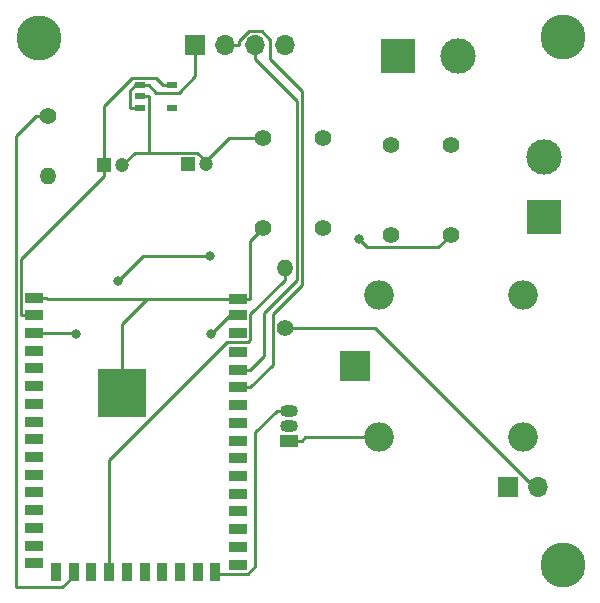
<source format=gbr>
%TF.GenerationSoftware,KiCad,Pcbnew,7.0.7*%
%TF.CreationDate,2024-06-16T14:46:00+02:00*%
%TF.ProjectId,Enchufe_inteligenteV2,456e6368-7566-4655-9f69-6e74656c6967,v1.1*%
%TF.SameCoordinates,Original*%
%TF.FileFunction,Copper,L1,Top*%
%TF.FilePolarity,Positive*%
%FSLAX46Y46*%
G04 Gerber Fmt 4.6, Leading zero omitted, Abs format (unit mm)*
G04 Created by KiCad (PCBNEW 7.0.7) date 2024-06-16 14:46:00*
%MOMM*%
%LPD*%
G01*
G04 APERTURE LIST*
%TA.AperFunction,ComponentPad*%
%ADD10R,1.500000X1.050000*%
%TD*%
%TA.AperFunction,ComponentPad*%
%ADD11O,1.500000X1.050000*%
%TD*%
%TA.AperFunction,ComponentPad*%
%ADD12R,2.500000X2.500000*%
%TD*%
%TA.AperFunction,ComponentPad*%
%ADD13O,2.500000X2.500000*%
%TD*%
%TA.AperFunction,SMDPad,CuDef*%
%ADD14R,0.952500X0.558800*%
%TD*%
%TA.AperFunction,ComponentPad*%
%ADD15C,1.397000*%
%TD*%
%TA.AperFunction,ComponentPad*%
%ADD16C,3.800000*%
%TD*%
%TA.AperFunction,ComponentPad*%
%ADD17R,1.200000X1.200000*%
%TD*%
%TA.AperFunction,ComponentPad*%
%ADD18C,1.200000*%
%TD*%
%TA.AperFunction,ComponentPad*%
%ADD19C,1.400000*%
%TD*%
%TA.AperFunction,ComponentPad*%
%ADD20O,1.400000X1.400000*%
%TD*%
%TA.AperFunction,SMDPad,CuDef*%
%ADD21R,1.500000X0.900000*%
%TD*%
%TA.AperFunction,SMDPad,CuDef*%
%ADD22R,0.900000X1.500000*%
%TD*%
%TA.AperFunction,SMDPad,CuDef*%
%ADD23R,4.100000X4.100000*%
%TD*%
%TA.AperFunction,ComponentPad*%
%ADD24R,3.000000X3.000000*%
%TD*%
%TA.AperFunction,ComponentPad*%
%ADD25C,3.000000*%
%TD*%
%TA.AperFunction,ComponentPad*%
%ADD26R,1.700000X1.700000*%
%TD*%
%TA.AperFunction,ComponentPad*%
%ADD27O,1.700000X1.700000*%
%TD*%
%TA.AperFunction,ViaPad*%
%ADD28C,0.800000*%
%TD*%
%TA.AperFunction,Conductor*%
%ADD29C,0.250000*%
%TD*%
G04 APERTURE END LIST*
D10*
%TO.P,NPN,1,C*%
%TO.N,Net-(Q1-C)*%
X251010000Y-99860000D03*
D11*
%TO.P,NPN,2,B*%
%TO.N,Net-(Q1-B)*%
X251010000Y-98590000D03*
%TO.P,NPN,3,E*%
%TO.N,GND*%
X251010000Y-97320000D03*
%TD*%
D12*
%TO.P,Rele,1*%
%TO.N,Net-(Entrada1-Pin_2)*%
X256610000Y-93575000D03*
D13*
%TO.P,Rele,2*%
%TO.N,Net-(Q1-C)*%
X258610000Y-99575000D03*
%TO.P,Rele,3*%
%TO.N,unconnected-(Rele1-Pad3)*%
X270810000Y-99575000D03*
%TO.P,Rele,4*%
%TO.N,Net-(Entrada1-Pin_1)*%
X270810000Y-87575000D03*
%TO.P,Rele,5*%
%TO.N,+5V*%
X258610000Y-87575000D03*
%TD*%
D14*
%TO.P,Regulador,1,VIN*%
%TO.N,+5V*%
X238342050Y-69780200D03*
%TO.P,Regulador,2,GND*%
%TO.N,GND*%
X238342050Y-70720000D03*
%TO.P,Regulador,3,EN*%
%TO.N,+5V*%
X238342050Y-71659800D03*
%TO.P,Regulador,4,NC*%
%TO.N,unconnected-(Regulador1-NC-Pad4)*%
X241097950Y-71659800D03*
%TO.P,Regulador,5,VOUT*%
%TO.N,+3V3*%
X241097950Y-69780200D03*
%TD*%
D15*
%TO.P,Reset,1,Pin_1*%
%TO.N,GND*%
X259610000Y-82440000D03*
X259610000Y-74820000D03*
%TO.P,Reset,2,Pin_2*%
%TO.N,+3V3*%
X264690000Y-82440000D03*
X264690000Y-74820000D03*
%TD*%
D16*
%TO.P,REF\u002A\u002A1,1*%
%TO.N,N/C*%
X274230000Y-65660000D03*
%TD*%
D17*
%TO.P,C2,1*%
%TO.N,+3V3*%
X235370000Y-76540000D03*
D18*
%TO.P,C2,2*%
%TO.N,GND*%
X236870000Y-76540000D03*
%TD*%
D19*
%TO.P,RNPN,1*%
%TO.N,rele*%
X230620000Y-72360000D03*
D20*
%TO.P,RNPN,2*%
%TO.N,Net-(Q1-B)*%
X230620000Y-77440000D03*
%TD*%
D16*
%TO.P,REF\u002A\u002A2,1*%
%TO.N,N/C*%
X229820000Y-65790000D03*
%TD*%
%TO.P,REF\u002A\u002A,1*%
%TO.N,N/C*%
X274200000Y-110360000D03*
%TD*%
D15*
%TO.P,Boot,1,Pin_1*%
%TO.N,unconnected-(Boot1-Pin_1-Pad1)*%
X253900000Y-74220000D03*
X253900000Y-81840000D03*
%TO.P,Boot,2,Pin_2*%
%TO.N,GND*%
X248820000Y-74220000D03*
X248820000Y-81840000D03*
%TD*%
D21*
%TO.P,U1,1,GND*%
%TO.N,GND*%
X229385000Y-87755000D03*
%TO.P,U1,2,3V3*%
%TO.N,+3V3*%
X229385000Y-89255000D03*
%TO.P,U1,3,IO00*%
%TO.N,Net-(Boot1-Pin_3)*%
X229385000Y-90755000D03*
%TO.P,U1,4,IO01*%
%TO.N,unconnected-(U1-IO01-Pad4)*%
X229385000Y-92255000D03*
%TO.P,U1,5,IO02*%
%TO.N,unconnected-(U1-IO02-Pad5)*%
X229385000Y-93755000D03*
%TO.P,U1,6,IO03*%
%TO.N,unconnected-(U1-IO03-Pad6)*%
X229385000Y-95255000D03*
%TO.P,U1,7,IO04*%
%TO.N,unconnected-(U1-IO04-Pad7)*%
X229385000Y-96755000D03*
%TO.P,U1,8,IO05*%
%TO.N,unconnected-(U1-IO05-Pad8)*%
X229385000Y-98255000D03*
%TO.P,U1,9,IO06*%
%TO.N,unconnected-(U1-IO06-Pad9)*%
X229385000Y-99755000D03*
%TO.P,U1,10,IO07*%
%TO.N,unconnected-(U1-IO07-Pad10)*%
X229385000Y-101255000D03*
%TO.P,U1,11,IO08*%
%TO.N,unconnected-(U1-IO08-Pad11)*%
X229385000Y-102755000D03*
%TO.P,U1,12,IO09*%
%TO.N,unconnected-(U1-IO09-Pad12)*%
X229385000Y-104255000D03*
%TO.P,U1,13,IO10*%
%TO.N,unconnected-(U1-IO10-Pad13)*%
X229385000Y-105755000D03*
%TO.P,U1,14,IO11*%
%TO.N,unconnected-(U1-IO11-Pad14)*%
X229385000Y-107255000D03*
%TO.P,U1,15,IO12*%
%TO.N,unconnected-(U1-IO12-Pad15)*%
X229385000Y-108755000D03*
%TO.P,U1,16,IO13*%
%TO.N,unconnected-(U1-IO13-Pad16)*%
X229385000Y-110255000D03*
D22*
%TO.P,U1,17,IO14*%
%TO.N,unconnected-(U1-IO14-Pad17)*%
X231260000Y-111005000D03*
%TO.P,U1,18,IO15*%
%TO.N,rele*%
X232760000Y-111005000D03*
%TO.P,U1,19,IO16*%
%TO.N,unconnected-(U1-IO16-Pad19)*%
X234260000Y-111005000D03*
%TO.P,U1,20,IO17*%
%TO.N,Net-(U1-IO17)*%
X235760000Y-111005000D03*
%TO.P,U1,21,IO18*%
%TO.N,unconnected-(U1-IO18-Pad21)*%
X237260000Y-111005000D03*
%TO.P,U1,22,USB_D-*%
%TO.N,unconnected-(U1-USB_D--Pad22)*%
X238760000Y-111005000D03*
%TO.P,U1,23,USB_D+*%
%TO.N,unconnected-(U1-USB_D+-Pad23)*%
X240260000Y-111005000D03*
%TO.P,U1,24,IO21*%
%TO.N,unconnected-(U1-IO21-Pad24)*%
X241760000Y-111005000D03*
%TO.P,U1,25,IO26*%
%TO.N,unconnected-(U1-IO26-Pad25)*%
X243260000Y-111005000D03*
%TO.P,U1,26,GND*%
%TO.N,GND*%
X244760000Y-111005000D03*
D21*
%TO.P,U1,27,IO33*%
%TO.N,unconnected-(U1-IO33-Pad27)*%
X246635000Y-110355000D03*
%TO.P,U1,28,IO34*%
%TO.N,unconnected-(U1-IO34-Pad28)*%
X246635000Y-108855000D03*
%TO.P,U1,29,IO35*%
%TO.N,unconnected-(U1-IO35-Pad29)*%
X246635000Y-107355000D03*
%TO.P,U1,30,IO36*%
%TO.N,unconnected-(U1-IO36-Pad30)*%
X246635000Y-105855000D03*
%TO.P,U1,31,IO37*%
%TO.N,unconnected-(U1-IO37-Pad31)*%
X246635000Y-104355000D03*
%TO.P,U1,32,IO38*%
%TO.N,unconnected-(U1-IO38-Pad32)*%
X246635000Y-102855000D03*
%TO.P,U1,33,IO39*%
%TO.N,unconnected-(U1-IO39-Pad33)*%
X246635000Y-101355000D03*
%TO.P,U1,34,IO40*%
%TO.N,unconnected-(U1-IO40-Pad34)*%
X246635000Y-99855000D03*
%TO.P,U1,35,IO41*%
%TO.N,unconnected-(U1-IO41-Pad35)*%
X246635000Y-98355000D03*
%TO.P,U1,36,IO42*%
%TO.N,unconnected-(U1-IO42-Pad36)*%
X246635000Y-96855000D03*
%TO.P,U1,37,TXD0*%
%TO.N,Net-(U1-TXD0)*%
X246635000Y-95355000D03*
%TO.P,U1,38,RXD0*%
%TO.N,Net-(U1-RXD0)*%
X246635000Y-93855000D03*
%TO.P,U1,39,IO45*%
%TO.N,unconnected-(U1-IO45-Pad39)*%
X246635000Y-92355000D03*
%TO.P,U1,40,IO46*%
%TO.N,unconnected-(U1-IO46-Pad40)*%
X246635000Y-90755000D03*
%TO.P,U1,41,EN*%
%TO.N,Net-(Reset1-Pin_4)*%
X246635000Y-89255000D03*
%TO.P,U1,42,GND*%
%TO.N,GND*%
X246635000Y-87855000D03*
D23*
%TO.P,U1,43,GND*%
X236820000Y-95795000D03*
%TD*%
D24*
%TO.P,Entrada,1,Pin_1*%
%TO.N,Net-(Entrada1-Pin_1)*%
X272570000Y-80910000D03*
D25*
%TO.P,Entrada,2,Pin_2*%
%TO.N,Net-(Entrada1-Pin_2)*%
X272570000Y-75830000D03*
%TD*%
D26*
%TO.P,LP,1,Pin_1*%
%TO.N,GND*%
X269525000Y-103780000D03*
D27*
%TO.P,LP,2,Pin_2*%
%TO.N,Net-(LP1-Pin_2)*%
X272065000Y-103780000D03*
%TD*%
D17*
%TO.P,C1,1*%
%TO.N,+5V*%
X242430000Y-76420000D03*
D18*
%TO.P,C1,2*%
%TO.N,GND*%
X243930000Y-76420000D03*
%TD*%
D24*
%TO.P,Alimentacion5V,1,Pin_1*%
%TO.N,GND*%
X260220000Y-67300000D03*
D25*
%TO.P,Alimentacion5V,2,Pin_2*%
%TO.N,+5V*%
X265300000Y-67300000D03*
%TD*%
D26*
%TO.P,Uart,1,Pin_1*%
%TO.N,+5V*%
X243070000Y-66400000D03*
D27*
%TO.P,Uart,2,Pin_2*%
%TO.N,Net-(U1-TXD0)*%
X245610000Y-66400000D03*
%TO.P,Uart,3,Pin_3*%
%TO.N,Net-(U1-RXD0)*%
X248150000Y-66400000D03*
%TO.P,Uart,4,Pin_4*%
%TO.N,GND*%
X250690000Y-66400000D03*
%TD*%
D19*
%TO.P,R1,1*%
%TO.N,Net-(LP1-Pin_2)*%
X250640000Y-90300000D03*
D20*
%TO.P,R1,2*%
%TO.N,Net-(U1-IO17)*%
X250640000Y-85220000D03*
%TD*%
D28*
%TO.N,+3V3*%
X256930000Y-82830000D03*
X244400000Y-90840000D03*
%TO.N,unconnected-(Boot1-Pin_1-Pad1)*%
X244310000Y-84210000D03*
X232940000Y-90840000D03*
X236510000Y-86380000D03*
%TD*%
D29*
%TO.N,GND*%
X243930000Y-76420000D02*
X243930000Y-76175100D01*
X237931100Y-75478900D02*
X236870000Y-76540000D01*
X247710100Y-82949900D02*
X247710100Y-87855000D01*
X246635000Y-87855000D02*
X238940000Y-87855000D01*
X246635000Y-87855000D02*
X247710100Y-87855000D01*
X229385000Y-87755000D02*
X230460100Y-87755000D01*
X248143600Y-99111300D02*
X248143600Y-110507600D01*
X248820000Y-74220000D02*
X245885100Y-74220000D01*
X230560100Y-87855000D02*
X230460100Y-87755000D01*
X243233800Y-75478900D02*
X239143500Y-75478900D01*
X239143500Y-75478900D02*
X239143500Y-70720000D01*
X236820000Y-95795000D02*
X236820000Y-89975000D01*
X247484400Y-111166800D02*
X244921800Y-111166800D01*
X248820000Y-81840000D02*
X247710100Y-82949900D01*
X236820000Y-87855000D02*
X230560100Y-87855000D01*
X236820000Y-89975000D02*
X238940000Y-87855000D01*
X243930000Y-76175100D02*
X243233800Y-75478900D01*
X238342100Y-70720000D02*
X239143500Y-70720000D01*
X248143600Y-110507600D02*
X247484400Y-111166800D01*
X249934900Y-97320000D02*
X248143600Y-99111300D01*
X245885100Y-74220000D02*
X243930000Y-76175100D01*
X239143500Y-75478900D02*
X237931100Y-75478900D01*
X251010000Y-97320000D02*
X249934900Y-97320000D01*
X238940000Y-87855000D02*
X236820000Y-87855000D01*
X244921800Y-111166800D02*
X244760000Y-111005000D01*
%TO.N,+5V*%
X238342100Y-71659800D02*
X237540800Y-71659800D01*
X237540800Y-70231800D02*
X237992400Y-69780200D01*
X238342100Y-69780200D02*
X239143500Y-69780200D01*
X237992400Y-69780200D02*
X238342100Y-69780200D01*
X239769800Y-70406500D02*
X241690400Y-70406500D01*
X241690400Y-70406500D02*
X243070000Y-69026900D01*
X237540800Y-71659800D02*
X237540800Y-70231800D01*
X243070000Y-69026900D02*
X243070000Y-66400000D01*
X239143500Y-69780200D02*
X239769800Y-70406500D01*
%TO.N,+3V3*%
X263637600Y-83492400D02*
X264690000Y-82440000D01*
X237702700Y-69175600D02*
X235370000Y-71508300D01*
X235370000Y-76540000D02*
X235370000Y-77465100D01*
X229385000Y-89255000D02*
X228309900Y-89255000D01*
X235370000Y-71508300D02*
X235370000Y-76540000D01*
X257592400Y-83492400D02*
X263637600Y-83492400D01*
X239692100Y-69175600D02*
X237702700Y-69175600D01*
X241098000Y-69780200D02*
X240296700Y-69780200D01*
X228309900Y-84525200D02*
X228309900Y-89255000D01*
X235370000Y-77465100D02*
X228309900Y-84525200D01*
X240296700Y-69780200D02*
X239692100Y-69175600D01*
X246635000Y-89255000D02*
X245985000Y-89255000D01*
X256930000Y-82830000D02*
X257592400Y-83492400D01*
X245985000Y-89255000D02*
X244400000Y-90840000D01*
%TO.N,Net-(LP1-Pin_2)*%
X258240900Y-90300000D02*
X250640000Y-90300000D01*
X272065000Y-103780000D02*
X271720900Y-103780000D01*
X271720900Y-103780000D02*
X258240900Y-90300000D01*
%TO.N,Net-(U1-IO17)*%
X247710100Y-91339600D02*
X247494700Y-91555000D01*
X250640000Y-86245100D02*
X247710100Y-89175000D01*
X247710100Y-89175000D02*
X247710100Y-91339600D01*
X250640000Y-85220000D02*
X250640000Y-86245100D01*
X245749100Y-91555000D02*
X235760000Y-101544100D01*
X247494700Y-91555000D02*
X245749100Y-91555000D01*
X235760000Y-101544100D02*
X235760000Y-111005000D01*
%TO.N,rele*%
X227859900Y-74060100D02*
X227859900Y-112270100D01*
X231794900Y-112270100D02*
X232760000Y-111305000D01*
X232760000Y-111305000D02*
X232760000Y-111005000D01*
X230620000Y-72360000D02*
X229560000Y-72360000D01*
X227859900Y-112270100D02*
X231794900Y-112270100D01*
X229560000Y-72360000D02*
X227859900Y-74060100D01*
%TO.N,Net-(U1-TXD0)*%
X247594000Y-65223900D02*
X248688800Y-65223900D01*
X246785100Y-66400000D02*
X246785100Y-66032800D01*
X246785100Y-66032800D02*
X247594000Y-65223900D01*
X246635000Y-95355000D02*
X247710100Y-95355000D01*
X249614800Y-89179600D02*
X249614800Y-93450300D01*
X252121000Y-70276200D02*
X252121000Y-86673400D01*
X248688800Y-65223900D02*
X249420000Y-65955100D01*
X249420000Y-65955100D02*
X249420000Y-67575200D01*
X249614800Y-93450300D02*
X247710100Y-95355000D01*
X245610000Y-66400000D02*
X246785100Y-66400000D01*
X252121000Y-86673400D02*
X249614800Y-89179600D01*
X249420000Y-67575200D02*
X252121000Y-70276200D01*
%TO.N,Net-(U1-RXD0)*%
X248150000Y-67575100D02*
X251670800Y-71095900D01*
X251670800Y-86241600D02*
X248848300Y-89064100D01*
X248150000Y-66400000D02*
X248150000Y-67575100D01*
X246635000Y-93855000D02*
X247710100Y-93855000D01*
X251670800Y-71095900D02*
X251670800Y-86241600D01*
X248848300Y-92716800D02*
X247710100Y-93855000D01*
X248848300Y-89064100D02*
X248848300Y-92716800D01*
%TO.N,unconnected-(Boot1-Pin_1-Pad1)*%
X236510000Y-86360000D02*
X236510000Y-86380000D01*
X244310000Y-84210000D02*
X238660000Y-84210000D01*
X236510000Y-86380000D02*
X236490000Y-86380000D01*
X232855000Y-90755000D02*
X229385000Y-90755000D01*
X232940000Y-90840000D02*
X232855000Y-90755000D01*
X236490000Y-86380000D02*
X236510000Y-86360000D01*
X238660000Y-84210000D02*
X236510000Y-86360000D01*
%TO.N,Net-(Q1-C)*%
X258610000Y-99575000D02*
X252370100Y-99575000D01*
X251010000Y-99860000D02*
X252085100Y-99860000D01*
X252370100Y-99575000D02*
X252085100Y-99860000D01*
%TD*%
M02*

</source>
